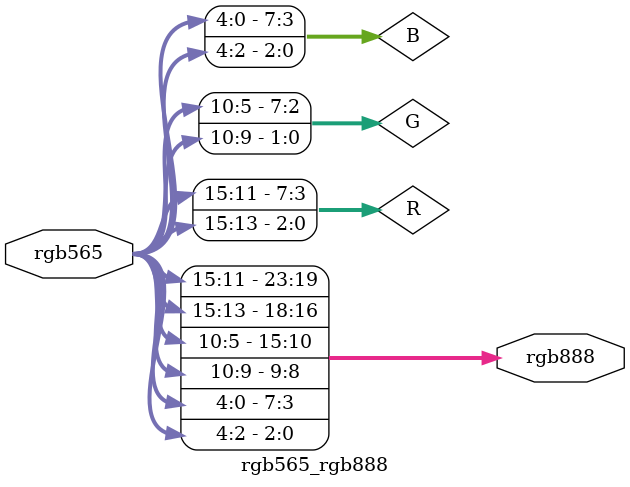
<source format=v>
module rgb565_rgb888(
	input [15:0] rgb565,
	output [23:0] rgb888
);

wire [7:0] R;
wire [7:0] G;
wire [7:0] B;

assign rgb888 = {R,G,B};
assign R = {rgb565[15:11],rgb565[15:13]};
assign G = {rgb565[10:5],rgb565[10:9]};
assign B = {rgb565[4:0],rgb565[4:2]};

endmodule
</source>
